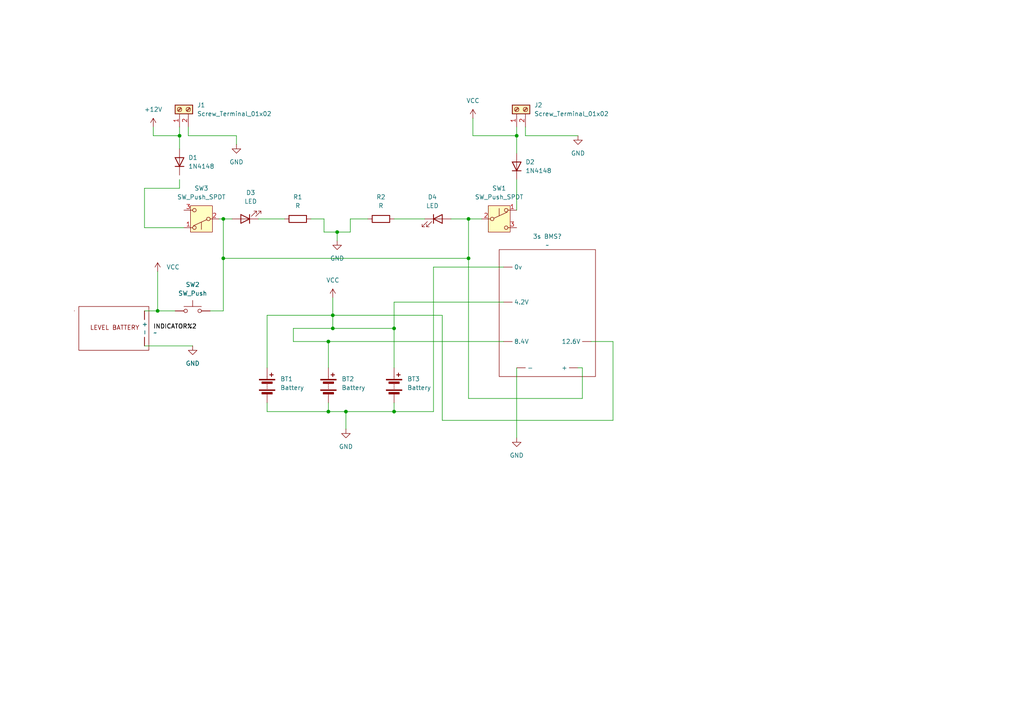
<source format=kicad_sch>
(kicad_sch
	(version 20231120)
	(generator "eeschema")
	(generator_version "8.0")
	(uuid "d5b74b06-f06e-40a9-94ce-2bdcc17db98c")
	(paper "A4")
	(lib_symbols
		(symbol "BMS:Lithium_3S"
			(exclude_from_sim no)
			(in_bom yes)
			(on_board yes)
			(property "Reference" "3s BMS"
				(at -0.254 -0.254 0)
				(effects
					(font
						(size 1.27 1.27)
					)
				)
			)
			(property "Value" ""
				(at 0 0 0)
				(effects
					(font
						(size 1.27 1.27)
					)
				)
			)
			(property "Footprint" ""
				(at 0 0 0)
				(effects
					(font
						(size 1.27 1.27)
					)
					(hide yes)
				)
			)
			(property "Datasheet" ""
				(at 0 0 0)
				(effects
					(font
						(size 1.27 1.27)
					)
					(hide yes)
				)
			)
			(property "Description" ""
				(at 0 0 0)
				(effects
					(font
						(size 1.27 1.27)
					)
					(hide yes)
				)
			)
			(symbol "Lithium_3S_0_1"
				(rectangle
					(start -16.51 13.97)
					(end 20.32 -13.97)
					(stroke
						(width 0)
						(type default)
					)
					(fill
						(type none)
					)
				)
			)
			(symbol "Lithium_3S_1_1"
				(pin input line
					(at 17.78 8.89 270)
					(length 2.54)
					(name "+"
						(effects
							(font
								(size 1.27 1.27)
							)
						)
					)
					(number ""
						(effects
							(font
								(size 1.27 1.27)
							)
						)
					)
				)
				(pin output line
					(at 17.78 -8.89 90)
					(length 2.54)
					(name "-"
						(effects
							(font
								(size 1.27 1.27)
							)
						)
					)
					(number ""
						(effects
							(font
								(size 1.27 1.27)
							)
						)
					)
				)
				(pin input line
					(at -11.43 -12.7 90)
					(length 2.54)
					(name "0v"
						(effects
							(font
								(size 1.27 1.27)
							)
						)
					)
					(number ""
						(effects
							(font
								(size 1.27 1.27)
							)
						)
					)
				)
				(pin input line
					(at 10.16 12.7 270)
					(length 2.54)
					(name "12.6V"
						(effects
							(font
								(size 1.27 1.27)
							)
						)
					)
					(number ""
						(effects
							(font
								(size 1.27 1.27)
							)
						)
					)
				)
				(pin input line
					(at -1.27 -12.7 90)
					(length 2.54)
					(name "4.2V"
						(effects
							(font
								(size 1.27 1.27)
							)
						)
					)
					(number ""
						(effects
							(font
								(size 1.27 1.27)
							)
						)
					)
				)
				(pin input line
					(at 10.16 -12.7 90)
					(length 2.54)
					(name "8.4V"
						(effects
							(font
								(size 1.27 1.27)
							)
						)
					)
					(number ""
						(effects
							(font
								(size 1.27 1.27)
							)
						)
					)
				)
			)
		)
		(symbol "Connector:Screw_Terminal_01x02"
			(pin_names
				(offset 1.016) hide)
			(exclude_from_sim no)
			(in_bom yes)
			(on_board yes)
			(property "Reference" "J"
				(at 0 2.54 0)
				(effects
					(font
						(size 1.27 1.27)
					)
				)
			)
			(property "Value" "Screw_Terminal_01x02"
				(at 0 -5.08 0)
				(effects
					(font
						(size 1.27 1.27)
					)
				)
			)
			(property "Footprint" ""
				(at 0 0 0)
				(effects
					(font
						(size 1.27 1.27)
					)
					(hide yes)
				)
			)
			(property "Datasheet" "~"
				(at 0 0 0)
				(effects
					(font
						(size 1.27 1.27)
					)
					(hide yes)
				)
			)
			(property "Description" "Generic screw terminal, single row, 01x02, script generated (kicad-library-utils/schlib/autogen/connector/)"
				(at 0 0 0)
				(effects
					(font
						(size 1.27 1.27)
					)
					(hide yes)
				)
			)
			(property "ki_keywords" "screw terminal"
				(at 0 0 0)
				(effects
					(font
						(size 1.27 1.27)
					)
					(hide yes)
				)
			)
			(property "ki_fp_filters" "TerminalBlock*:*"
				(at 0 0 0)
				(effects
					(font
						(size 1.27 1.27)
					)
					(hide yes)
				)
			)
			(symbol "Screw_Terminal_01x02_1_1"
				(rectangle
					(start -1.27 1.27)
					(end 1.27 -3.81)
					(stroke
						(width 0.254)
						(type default)
					)
					(fill
						(type background)
					)
				)
				(circle
					(center 0 -2.54)
					(radius 0.635)
					(stroke
						(width 0.1524)
						(type default)
					)
					(fill
						(type none)
					)
				)
				(polyline
					(pts
						(xy -0.5334 -2.2098) (xy 0.3302 -3.048)
					)
					(stroke
						(width 0.1524)
						(type default)
					)
					(fill
						(type none)
					)
				)
				(polyline
					(pts
						(xy -0.5334 0.3302) (xy 0.3302 -0.508)
					)
					(stroke
						(width 0.1524)
						(type default)
					)
					(fill
						(type none)
					)
				)
				(polyline
					(pts
						(xy -0.3556 -2.032) (xy 0.508 -2.8702)
					)
					(stroke
						(width 0.1524)
						(type default)
					)
					(fill
						(type none)
					)
				)
				(polyline
					(pts
						(xy -0.3556 0.508) (xy 0.508 -0.3302)
					)
					(stroke
						(width 0.1524)
						(type default)
					)
					(fill
						(type none)
					)
				)
				(circle
					(center 0 0)
					(radius 0.635)
					(stroke
						(width 0.1524)
						(type default)
					)
					(fill
						(type none)
					)
				)
				(pin passive line
					(at -5.08 0 0)
					(length 3.81)
					(name "Pin_1"
						(effects
							(font
								(size 1.27 1.27)
							)
						)
					)
					(number "1"
						(effects
							(font
								(size 1.27 1.27)
							)
						)
					)
				)
				(pin passive line
					(at -5.08 -2.54 0)
					(length 3.81)
					(name "Pin_2"
						(effects
							(font
								(size 1.27 1.27)
							)
						)
					)
					(number "2"
						(effects
							(font
								(size 1.27 1.27)
							)
						)
					)
				)
			)
		)
		(symbol "Device:Battery"
			(pin_numbers hide)
			(pin_names
				(offset 0) hide)
			(exclude_from_sim no)
			(in_bom yes)
			(on_board yes)
			(property "Reference" "BT"
				(at 2.54 2.54 0)
				(effects
					(font
						(size 1.27 1.27)
					)
					(justify left)
				)
			)
			(property "Value" "Battery"
				(at 2.54 0 0)
				(effects
					(font
						(size 1.27 1.27)
					)
					(justify left)
				)
			)
			(property "Footprint" ""
				(at 0 1.524 90)
				(effects
					(font
						(size 1.27 1.27)
					)
					(hide yes)
				)
			)
			(property "Datasheet" "~"
				(at 0 1.524 90)
				(effects
					(font
						(size 1.27 1.27)
					)
					(hide yes)
				)
			)
			(property "Description" "Multiple-cell battery"
				(at 0 0 0)
				(effects
					(font
						(size 1.27 1.27)
					)
					(hide yes)
				)
			)
			(property "ki_keywords" "batt voltage-source cell"
				(at 0 0 0)
				(effects
					(font
						(size 1.27 1.27)
					)
					(hide yes)
				)
			)
			(symbol "Battery_0_1"
				(rectangle
					(start -2.286 -1.27)
					(end 2.286 -1.524)
					(stroke
						(width 0)
						(type default)
					)
					(fill
						(type outline)
					)
				)
				(rectangle
					(start -2.286 1.778)
					(end 2.286 1.524)
					(stroke
						(width 0)
						(type default)
					)
					(fill
						(type outline)
					)
				)
				(rectangle
					(start -1.524 -2.032)
					(end 1.524 -2.54)
					(stroke
						(width 0)
						(type default)
					)
					(fill
						(type outline)
					)
				)
				(rectangle
					(start -1.524 1.016)
					(end 1.524 0.508)
					(stroke
						(width 0)
						(type default)
					)
					(fill
						(type outline)
					)
				)
				(polyline
					(pts
						(xy 0 -1.016) (xy 0 -0.762)
					)
					(stroke
						(width 0)
						(type default)
					)
					(fill
						(type none)
					)
				)
				(polyline
					(pts
						(xy 0 -0.508) (xy 0 -0.254)
					)
					(stroke
						(width 0)
						(type default)
					)
					(fill
						(type none)
					)
				)
				(polyline
					(pts
						(xy 0 0) (xy 0 0.254)
					)
					(stroke
						(width 0)
						(type default)
					)
					(fill
						(type none)
					)
				)
				(polyline
					(pts
						(xy 0 1.778) (xy 0 2.54)
					)
					(stroke
						(width 0)
						(type default)
					)
					(fill
						(type none)
					)
				)
				(polyline
					(pts
						(xy 0.762 3.048) (xy 1.778 3.048)
					)
					(stroke
						(width 0.254)
						(type default)
					)
					(fill
						(type none)
					)
				)
				(polyline
					(pts
						(xy 1.27 3.556) (xy 1.27 2.54)
					)
					(stroke
						(width 0.254)
						(type default)
					)
					(fill
						(type none)
					)
				)
			)
			(symbol "Battery_1_1"
				(pin passive line
					(at 0 5.08 270)
					(length 2.54)
					(name "+"
						(effects
							(font
								(size 1.27 1.27)
							)
						)
					)
					(number "1"
						(effects
							(font
								(size 1.27 1.27)
							)
						)
					)
				)
				(pin passive line
					(at 0 -5.08 90)
					(length 2.54)
					(name "-"
						(effects
							(font
								(size 1.27 1.27)
							)
						)
					)
					(number "2"
						(effects
							(font
								(size 1.27 1.27)
							)
						)
					)
				)
			)
		)
		(symbol "Device:LED"
			(pin_numbers hide)
			(pin_names
				(offset 1.016) hide)
			(exclude_from_sim no)
			(in_bom yes)
			(on_board yes)
			(property "Reference" "D"
				(at 0 2.54 0)
				(effects
					(font
						(size 1.27 1.27)
					)
				)
			)
			(property "Value" "LED"
				(at 0 -2.54 0)
				(effects
					(font
						(size 1.27 1.27)
					)
				)
			)
			(property "Footprint" ""
				(at 0 0 0)
				(effects
					(font
						(size 1.27 1.27)
					)
					(hide yes)
				)
			)
			(property "Datasheet" "~"
				(at 0 0 0)
				(effects
					(font
						(size 1.27 1.27)
					)
					(hide yes)
				)
			)
			(property "Description" "Light emitting diode"
				(at 0 0 0)
				(effects
					(font
						(size 1.27 1.27)
					)
					(hide yes)
				)
			)
			(property "ki_keywords" "LED diode"
				(at 0 0 0)
				(effects
					(font
						(size 1.27 1.27)
					)
					(hide yes)
				)
			)
			(property "ki_fp_filters" "LED* LED_SMD:* LED_THT:*"
				(at 0 0 0)
				(effects
					(font
						(size 1.27 1.27)
					)
					(hide yes)
				)
			)
			(symbol "LED_0_1"
				(polyline
					(pts
						(xy -1.27 -1.27) (xy -1.27 1.27)
					)
					(stroke
						(width 0.254)
						(type default)
					)
					(fill
						(type none)
					)
				)
				(polyline
					(pts
						(xy -1.27 0) (xy 1.27 0)
					)
					(stroke
						(width 0)
						(type default)
					)
					(fill
						(type none)
					)
				)
				(polyline
					(pts
						(xy 1.27 -1.27) (xy 1.27 1.27) (xy -1.27 0) (xy 1.27 -1.27)
					)
					(stroke
						(width 0.254)
						(type default)
					)
					(fill
						(type none)
					)
				)
				(polyline
					(pts
						(xy -3.048 -0.762) (xy -4.572 -2.286) (xy -3.81 -2.286) (xy -4.572 -2.286) (xy -4.572 -1.524)
					)
					(stroke
						(width 0)
						(type default)
					)
					(fill
						(type none)
					)
				)
				(polyline
					(pts
						(xy -1.778 -0.762) (xy -3.302 -2.286) (xy -2.54 -2.286) (xy -3.302 -2.286) (xy -3.302 -1.524)
					)
					(stroke
						(width 0)
						(type default)
					)
					(fill
						(type none)
					)
				)
			)
			(symbol "LED_1_1"
				(pin passive line
					(at -3.81 0 0)
					(length 2.54)
					(name "K"
						(effects
							(font
								(size 1.27 1.27)
							)
						)
					)
					(number "1"
						(effects
							(font
								(size 1.27 1.27)
							)
						)
					)
				)
				(pin passive line
					(at 3.81 0 180)
					(length 2.54)
					(name "A"
						(effects
							(font
								(size 1.27 1.27)
							)
						)
					)
					(number "2"
						(effects
							(font
								(size 1.27 1.27)
							)
						)
					)
				)
			)
		)
		(symbol "Device:R"
			(pin_numbers hide)
			(pin_names
				(offset 0)
			)
			(exclude_from_sim no)
			(in_bom yes)
			(on_board yes)
			(property "Reference" "R"
				(at 2.032 0 90)
				(effects
					(font
						(size 1.27 1.27)
					)
				)
			)
			(property "Value" "R"
				(at 0 0 90)
				(effects
					(font
						(size 1.27 1.27)
					)
				)
			)
			(property "Footprint" ""
				(at -1.778 0 90)
				(effects
					(font
						(size 1.27 1.27)
					)
					(hide yes)
				)
			)
			(property "Datasheet" "~"
				(at 0 0 0)
				(effects
					(font
						(size 1.27 1.27)
					)
					(hide yes)
				)
			)
			(property "Description" "Resistor"
				(at 0 0 0)
				(effects
					(font
						(size 1.27 1.27)
					)
					(hide yes)
				)
			)
			(property "ki_keywords" "R res resistor"
				(at 0 0 0)
				(effects
					(font
						(size 1.27 1.27)
					)
					(hide yes)
				)
			)
			(property "ki_fp_filters" "R_*"
				(at 0 0 0)
				(effects
					(font
						(size 1.27 1.27)
					)
					(hide yes)
				)
			)
			(symbol "R_0_1"
				(rectangle
					(start -1.016 -2.54)
					(end 1.016 2.54)
					(stroke
						(width 0.254)
						(type default)
					)
					(fill
						(type none)
					)
				)
			)
			(symbol "R_1_1"
				(pin passive line
					(at 0 3.81 270)
					(length 1.27)
					(name "~"
						(effects
							(font
								(size 1.27 1.27)
							)
						)
					)
					(number "1"
						(effects
							(font
								(size 1.27 1.27)
							)
						)
					)
				)
				(pin passive line
					(at 0 -3.81 90)
					(length 1.27)
					(name "~"
						(effects
							(font
								(size 1.27 1.27)
							)
						)
					)
					(number "2"
						(effects
							(font
								(size 1.27 1.27)
							)
						)
					)
				)
			)
		)
		(symbol "Diode:1N4148"
			(pin_numbers hide)
			(pin_names hide)
			(exclude_from_sim no)
			(in_bom yes)
			(on_board yes)
			(property "Reference" "D"
				(at 0 2.54 0)
				(effects
					(font
						(size 1.27 1.27)
					)
				)
			)
			(property "Value" "1N4148"
				(at 0 -2.54 0)
				(effects
					(font
						(size 1.27 1.27)
					)
				)
			)
			(property "Footprint" "Diode_THT:D_DO-35_SOD27_P7.62mm_Horizontal"
				(at 0 0 0)
				(effects
					(font
						(size 1.27 1.27)
					)
					(hide yes)
				)
			)
			(property "Datasheet" "https://assets.nexperia.com/documents/data-sheet/1N4148_1N4448.pdf"
				(at 0 0 0)
				(effects
					(font
						(size 1.27 1.27)
					)
					(hide yes)
				)
			)
			(property "Description" "100V 0.15A standard switching diode, DO-35"
				(at 0 0 0)
				(effects
					(font
						(size 1.27 1.27)
					)
					(hide yes)
				)
			)
			(property "Sim.Device" "D"
				(at 0 0 0)
				(effects
					(font
						(size 1.27 1.27)
					)
					(hide yes)
				)
			)
			(property "Sim.Pins" "1=K 2=A"
				(at 0 0 0)
				(effects
					(font
						(size 1.27 1.27)
					)
					(hide yes)
				)
			)
			(property "ki_keywords" "diode"
				(at 0 0 0)
				(effects
					(font
						(size 1.27 1.27)
					)
					(hide yes)
				)
			)
			(property "ki_fp_filters" "D*DO?35*"
				(at 0 0 0)
				(effects
					(font
						(size 1.27 1.27)
					)
					(hide yes)
				)
			)
			(symbol "1N4148_0_1"
				(polyline
					(pts
						(xy -1.27 1.27) (xy -1.27 -1.27)
					)
					(stroke
						(width 0.254)
						(type default)
					)
					(fill
						(type none)
					)
				)
				(polyline
					(pts
						(xy 1.27 0) (xy -1.27 0)
					)
					(stroke
						(width 0)
						(type default)
					)
					(fill
						(type none)
					)
				)
				(polyline
					(pts
						(xy 1.27 1.27) (xy 1.27 -1.27) (xy -1.27 0) (xy 1.27 1.27)
					)
					(stroke
						(width 0.254)
						(type default)
					)
					(fill
						(type none)
					)
				)
			)
			(symbol "1N4148_1_1"
				(pin passive line
					(at -3.81 0 0)
					(length 2.54)
					(name "K"
						(effects
							(font
								(size 1.27 1.27)
							)
						)
					)
					(number "1"
						(effects
							(font
								(size 1.27 1.27)
							)
						)
					)
				)
				(pin passive line
					(at 3.81 0 180)
					(length 2.54)
					(name "A"
						(effects
							(font
								(size 1.27 1.27)
							)
						)
					)
					(number "2"
						(effects
							(font
								(size 1.27 1.27)
							)
						)
					)
				)
			)
		)
		(symbol "INDICATOR BATTERY:INDICATOR%"
			(exclude_from_sim no)
			(in_bom yes)
			(on_board yes)
			(property "Reference" "INDICATOR%"
				(at -7.62 0.254 90)
				(effects
					(font
						(size 1.27 1.27)
						(color 0 0 0 1)
					)
				)
			)
			(property "Value" ""
				(at 1.778 -0.254 0)
				(effects
					(font
						(size 1.27 1.27)
					)
				)
			)
			(property "Footprint" ""
				(at 1.778 -0.254 0)
				(effects
					(font
						(size 1.27 1.27)
					)
					(hide yes)
				)
			)
			(property "Datasheet" ""
				(at 1.778 -0.254 0)
				(effects
					(font
						(size 1.27 1.27)
					)
					(hide yes)
				)
			)
			(property "Description" ""
				(at 1.778 -0.254 0)
				(effects
					(font
						(size 1.27 1.27)
					)
					(hide yes)
				)
			)
			(symbol "INDICATOR%_0_1"
				(rectangle
					(start -11.43 5.08)
					(end -11.43 5.08)
					(stroke
						(width 0)
						(type default)
					)
					(fill
						(type none)
					)
				)
				(rectangle
					(start -11.43 5.08)
					(end -11.43 5.08)
					(stroke
						(width 0)
						(type default)
					)
					(fill
						(type none)
					)
				)
				(rectangle
					(start -10.16 6.35)
					(end 10.16 -6.35)
					(stroke
						(width 0)
						(type default)
					)
					(fill
						(type none)
					)
				)
			)
			(symbol "INDICATOR%_1_1"
				(text "LEVEL BATTERY\n"
					(at 0.254 0.254 0)
					(effects
						(font
							(size 1.27 1.27)
						)
					)
				)
				(pin input line
					(at 8.89 5.08 270)
					(length 2.54)
					(name "+"
						(effects
							(font
								(size 1.27 1.27)
							)
						)
					)
					(number ""
						(effects
							(font
								(size 1.27 1.27)
							)
						)
					)
				)
				(pin output line
					(at 8.89 -5.08 90)
					(length 2.54)
					(name "-"
						(effects
							(font
								(size 1.27 1.27)
							)
						)
					)
					(number ""
						(effects
							(font
								(size 1.27 1.27)
							)
						)
					)
				)
			)
		)
		(symbol "Switch:SW_Push"
			(pin_numbers hide)
			(pin_names
				(offset 1.016) hide)
			(exclude_from_sim no)
			(in_bom yes)
			(on_board yes)
			(property "Reference" "SW"
				(at 1.27 2.54 0)
				(effects
					(font
						(size 1.27 1.27)
					)
					(justify left)
				)
			)
			(property "Value" "SW_Push"
				(at 0 -1.524 0)
				(effects
					(font
						(size 1.27 1.27)
					)
				)
			)
			(property "Footprint" ""
				(at 0 5.08 0)
				(effects
					(font
						(size 1.27 1.27)
					)
					(hide yes)
				)
			)
			(property "Datasheet" "~"
				(at 0 5.08 0)
				(effects
					(font
						(size 1.27 1.27)
					)
					(hide yes)
				)
			)
			(property "Description" "Push button switch, generic, two pins"
				(at 0 0 0)
				(effects
					(font
						(size 1.27 1.27)
					)
					(hide yes)
				)
			)
			(property "ki_keywords" "switch normally-open pushbutton push-button"
				(at 0 0 0)
				(effects
					(font
						(size 1.27 1.27)
					)
					(hide yes)
				)
			)
			(symbol "SW_Push_0_1"
				(circle
					(center -2.032 0)
					(radius 0.508)
					(stroke
						(width 0)
						(type default)
					)
					(fill
						(type none)
					)
				)
				(polyline
					(pts
						(xy 0 1.27) (xy 0 3.048)
					)
					(stroke
						(width 0)
						(type default)
					)
					(fill
						(type none)
					)
				)
				(polyline
					(pts
						(xy 2.54 1.27) (xy -2.54 1.27)
					)
					(stroke
						(width 0)
						(type default)
					)
					(fill
						(type none)
					)
				)
				(circle
					(center 2.032 0)
					(radius 0.508)
					(stroke
						(width 0)
						(type default)
					)
					(fill
						(type none)
					)
				)
				(pin passive line
					(at -5.08 0 0)
					(length 2.54)
					(name "1"
						(effects
							(font
								(size 1.27 1.27)
							)
						)
					)
					(number "1"
						(effects
							(font
								(size 1.27 1.27)
							)
						)
					)
				)
				(pin passive line
					(at 5.08 0 180)
					(length 2.54)
					(name "2"
						(effects
							(font
								(size 1.27 1.27)
							)
						)
					)
					(number "2"
						(effects
							(font
								(size 1.27 1.27)
							)
						)
					)
				)
			)
		)
		(symbol "Switch:SW_Push_SPDT"
			(pin_names
				(offset 0) hide)
			(exclude_from_sim no)
			(in_bom yes)
			(on_board yes)
			(property "Reference" "SW"
				(at 0 5.08 0)
				(effects
					(font
						(size 1.27 1.27)
					)
				)
			)
			(property "Value" "SW_Push_SPDT"
				(at 0 -5.08 0)
				(effects
					(font
						(size 1.27 1.27)
					)
				)
			)
			(property "Footprint" ""
				(at 0 0 0)
				(effects
					(font
						(size 1.27 1.27)
					)
					(hide yes)
				)
			)
			(property "Datasheet" "~"
				(at 0 0 0)
				(effects
					(font
						(size 1.27 1.27)
					)
					(hide yes)
				)
			)
			(property "Description" "Momentary Switch, single pole double throw"
				(at 0 0 0)
				(effects
					(font
						(size 1.27 1.27)
					)
					(hide yes)
				)
			)
			(property "ki_keywords" "switch single-pole double-throw spdt ON-ON"
				(at 0 0 0)
				(effects
					(font
						(size 1.27 1.27)
					)
					(hide yes)
				)
			)
			(symbol "SW_Push_SPDT_0_0"
				(circle
					(center -2.032 0)
					(radius 0.508)
					(stroke
						(width 0)
						(type default)
					)
					(fill
						(type none)
					)
				)
				(polyline
					(pts
						(xy 0 1.016) (xy 0 3.048)
					)
					(stroke
						(width 0)
						(type default)
					)
					(fill
						(type none)
					)
				)
				(circle
					(center 2.032 -2.54)
					(radius 0.508)
					(stroke
						(width 0)
						(type default)
					)
					(fill
						(type none)
					)
				)
			)
			(symbol "SW_Push_SPDT_0_1"
				(polyline
					(pts
						(xy -1.524 0.2032) (xy 2.3368 1.9812)
					)
					(stroke
						(width 0)
						(type default)
					)
					(fill
						(type none)
					)
				)
				(circle
					(center 2.032 2.54)
					(radius 0.508)
					(stroke
						(width 0)
						(type default)
					)
					(fill
						(type none)
					)
				)
			)
			(symbol "SW_Push_SPDT_1_1"
				(rectangle
					(start -3.175 3.81)
					(end 3.175 -3.81)
					(stroke
						(width 0)
						(type default)
					)
					(fill
						(type background)
					)
				)
				(pin passive line
					(at 5.08 2.54 180)
					(length 2.54)
					(name "A"
						(effects
							(font
								(size 1.27 1.27)
							)
						)
					)
					(number "1"
						(effects
							(font
								(size 1.27 1.27)
							)
						)
					)
				)
				(pin passive line
					(at -5.08 0 0)
					(length 2.54)
					(name "B"
						(effects
							(font
								(size 1.27 1.27)
							)
						)
					)
					(number "2"
						(effects
							(font
								(size 1.27 1.27)
							)
						)
					)
				)
				(pin passive line
					(at 5.08 -2.54 180)
					(length 2.54)
					(name "C"
						(effects
							(font
								(size 1.27 1.27)
							)
						)
					)
					(number "3"
						(effects
							(font
								(size 1.27 1.27)
							)
						)
					)
				)
			)
		)
		(symbol "power:+12V"
			(power)
			(pin_numbers hide)
			(pin_names
				(offset 0) hide)
			(exclude_from_sim no)
			(in_bom yes)
			(on_board yes)
			(property "Reference" "#PWR"
				(at 0 -3.81 0)
				(effects
					(font
						(size 1.27 1.27)
					)
					(hide yes)
				)
			)
			(property "Value" "+12V"
				(at 0 3.556 0)
				(effects
					(font
						(size 1.27 1.27)
					)
				)
			)
			(property "Footprint" ""
				(at 0 0 0)
				(effects
					(font
						(size 1.27 1.27)
					)
					(hide yes)
				)
			)
			(property "Datasheet" ""
				(at 0 0 0)
				(effects
					(font
						(size 1.27 1.27)
					)
					(hide yes)
				)
			)
			(property "Description" "Power symbol creates a global label with name \"+12V\""
				(at 0 0 0)
				(effects
					(font
						(size 1.27 1.27)
					)
					(hide yes)
				)
			)
			(property "ki_keywords" "global power"
				(at 0 0 0)
				(effects
					(font
						(size 1.27 1.27)
					)
					(hide yes)
				)
			)
			(symbol "+12V_0_1"
				(polyline
					(pts
						(xy -0.762 1.27) (xy 0 2.54)
					)
					(stroke
						(width 0)
						(type default)
					)
					(fill
						(type none)
					)
				)
				(polyline
					(pts
						(xy 0 0) (xy 0 2.54)
					)
					(stroke
						(width 0)
						(type default)
					)
					(fill
						(type none)
					)
				)
				(polyline
					(pts
						(xy 0 2.54) (xy 0.762 1.27)
					)
					(stroke
						(width 0)
						(type default)
					)
					(fill
						(type none)
					)
				)
			)
			(symbol "+12V_1_1"
				(pin power_in line
					(at 0 0 90)
					(length 0)
					(name "~"
						(effects
							(font
								(size 1.27 1.27)
							)
						)
					)
					(number "1"
						(effects
							(font
								(size 1.27 1.27)
							)
						)
					)
				)
			)
		)
		(symbol "power:GND"
			(power)
			(pin_numbers hide)
			(pin_names
				(offset 0) hide)
			(exclude_from_sim no)
			(in_bom yes)
			(on_board yes)
			(property "Reference" "#PWR"
				(at 0 -6.35 0)
				(effects
					(font
						(size 1.27 1.27)
					)
					(hide yes)
				)
			)
			(property "Value" "GND"
				(at 0 -3.81 0)
				(effects
					(font
						(size 1.27 1.27)
					)
				)
			)
			(property "Footprint" ""
				(at 0 0 0)
				(effects
					(font
						(size 1.27 1.27)
					)
					(hide yes)
				)
			)
			(property "Datasheet" ""
				(at 0 0 0)
				(effects
					(font
						(size 1.27 1.27)
					)
					(hide yes)
				)
			)
			(property "Description" "Power symbol creates a global label with name \"GND\" , ground"
				(at 0 0 0)
				(effects
					(font
						(size 1.27 1.27)
					)
					(hide yes)
				)
			)
			(property "ki_keywords" "global power"
				(at 0 0 0)
				(effects
					(font
						(size 1.27 1.27)
					)
					(hide yes)
				)
			)
			(symbol "GND_0_1"
				(polyline
					(pts
						(xy 0 0) (xy 0 -1.27) (xy 1.27 -1.27) (xy 0 -2.54) (xy -1.27 -1.27) (xy 0 -1.27)
					)
					(stroke
						(width 0)
						(type default)
					)
					(fill
						(type none)
					)
				)
			)
			(symbol "GND_1_1"
				(pin power_in line
					(at 0 0 270)
					(length 0)
					(name "~"
						(effects
							(font
								(size 1.27 1.27)
							)
						)
					)
					(number "1"
						(effects
							(font
								(size 1.27 1.27)
							)
						)
					)
				)
			)
		)
		(symbol "power:VCC"
			(power)
			(pin_numbers hide)
			(pin_names
				(offset 0) hide)
			(exclude_from_sim no)
			(in_bom yes)
			(on_board yes)
			(property "Reference" "#PWR"
				(at 0 -3.81 0)
				(effects
					(font
						(size 1.27 1.27)
					)
					(hide yes)
				)
			)
			(property "Value" "VCC"
				(at 0 3.556 0)
				(effects
					(font
						(size 1.27 1.27)
					)
				)
			)
			(property "Footprint" ""
				(at 0 0 0)
				(effects
					(font
						(size 1.27 1.27)
					)
					(hide yes)
				)
			)
			(property "Datasheet" ""
				(at 0 0 0)
				(effects
					(font
						(size 1.27 1.27)
					)
					(hide yes)
				)
			)
			(property "Description" "Power symbol creates a global label with name \"VCC\""
				(at 0 0 0)
				(effects
					(font
						(size 1.27 1.27)
					)
					(hide yes)
				)
			)
			(property "ki_keywords" "global power"
				(at 0 0 0)
				(effects
					(font
						(size 1.27 1.27)
					)
					(hide yes)
				)
			)
			(symbol "VCC_0_1"
				(polyline
					(pts
						(xy -0.762 1.27) (xy 0 2.54)
					)
					(stroke
						(width 0)
						(type default)
					)
					(fill
						(type none)
					)
				)
				(polyline
					(pts
						(xy 0 0) (xy 0 2.54)
					)
					(stroke
						(width 0)
						(type default)
					)
					(fill
						(type none)
					)
				)
				(polyline
					(pts
						(xy 0 2.54) (xy 0.762 1.27)
					)
					(stroke
						(width 0)
						(type default)
					)
					(fill
						(type none)
					)
				)
			)
			(symbol "VCC_1_1"
				(pin power_in line
					(at 0 0 90)
					(length 0)
					(name "~"
						(effects
							(font
								(size 1.27 1.27)
							)
						)
					)
					(number "1"
						(effects
							(font
								(size 1.27 1.27)
							)
						)
					)
				)
			)
		)
	)
	(junction
		(at 52.07 39.37)
		(diameter 0)
		(color 0 0 0 0)
		(uuid "3016a9ec-a147-4f14-9075-49a4c241e0c9")
	)
	(junction
		(at 45.72 90.17)
		(diameter 0)
		(color 0 0 0 0)
		(uuid "367e107c-7f74-40b6-94ba-a1a94505c2ac")
	)
	(junction
		(at 114.3 95.25)
		(diameter 0)
		(color 0 0 0 0)
		(uuid "5b94332f-8620-40cc-b32f-3f6c85337303")
	)
	(junction
		(at 96.52 91.44)
		(diameter 0)
		(color 0 0 0 0)
		(uuid "6550d20b-5b19-41c2-ba04-59ade80d148f")
	)
	(junction
		(at 96.52 95.25)
		(diameter 0)
		(color 0 0 0 0)
		(uuid "7acc3177-b4dc-4b39-a3d2-f8bfac58214c")
	)
	(junction
		(at 100.33 119.38)
		(diameter 0)
		(color 0 0 0 0)
		(uuid "82a0cb02-7ff4-47f9-a071-9790a30a177a")
	)
	(junction
		(at 64.77 63.5)
		(diameter 0)
		(color 0 0 0 0)
		(uuid "8a4598ec-e99b-4e4d-a698-3896ae122f2a")
	)
	(junction
		(at 97.79 67.31)
		(diameter 0)
		(color 0 0 0 0)
		(uuid "ad35b4fc-a477-4999-98b3-8122bc44d0a3")
	)
	(junction
		(at 135.89 74.93)
		(diameter 0)
		(color 0 0 0 0)
		(uuid "b7441b26-4ddd-4769-9c46-e175e673dcac")
	)
	(junction
		(at 149.86 39.37)
		(diameter 0)
		(color 0 0 0 0)
		(uuid "d4af0a46-9870-4240-aa09-b457dfa68345")
	)
	(junction
		(at 95.25 119.38)
		(diameter 0)
		(color 0 0 0 0)
		(uuid "d9473ae7-20b0-4852-a8ea-27540783b2d6")
	)
	(junction
		(at 95.25 99.06)
		(diameter 0)
		(color 0 0 0 0)
		(uuid "e663dd33-c942-4c72-8707-e243a6206a53")
	)
	(junction
		(at 135.89 63.5)
		(diameter 0)
		(color 0 0 0 0)
		(uuid "eff3f01c-24a5-49f2-921b-8f8b17b1d005")
	)
	(junction
		(at 114.3 119.38)
		(diameter 0)
		(color 0 0 0 0)
		(uuid "fafe2f9a-28b4-4c7a-9ff9-8411fe96b850")
	)
	(junction
		(at 64.77 74.93)
		(diameter 0)
		(color 0 0 0 0)
		(uuid "fc959b6c-8399-4a94-84d5-8436e89e622a")
	)
	(wire
		(pts
			(xy 95.25 119.38) (xy 100.33 119.38)
		)
		(stroke
			(width 0)
			(type default)
		)
		(uuid "0698b448-fdba-43a6-89f9-2fc12af8bf60")
	)
	(wire
		(pts
			(xy 54.61 39.37) (xy 68.58 39.37)
		)
		(stroke
			(width 0)
			(type default)
		)
		(uuid "08b4a3be-02c5-4a20-8b83-a98c0931767f")
	)
	(wire
		(pts
			(xy 177.8 121.92) (xy 128.27 121.92)
		)
		(stroke
			(width 0)
			(type default)
		)
		(uuid "0aa7a761-08dd-42b3-b449-2514181c08cb")
	)
	(wire
		(pts
			(xy 146.05 99.06) (xy 95.25 99.06)
		)
		(stroke
			(width 0)
			(type default)
		)
		(uuid "0cd71954-ab87-462c-af1a-2708d32db0c8")
	)
	(wire
		(pts
			(xy 64.77 74.93) (xy 64.77 90.17)
		)
		(stroke
			(width 0)
			(type default)
		)
		(uuid "156c246a-ff1f-4bfc-bc6e-0845f51caac1")
	)
	(wire
		(pts
			(xy 54.61 36.83) (xy 54.61 39.37)
		)
		(stroke
			(width 0)
			(type default)
		)
		(uuid "15d9a7fe-f79a-4279-9750-cc48d6ce5966")
	)
	(wire
		(pts
			(xy 44.45 36.83) (xy 44.45 39.37)
		)
		(stroke
			(width 0)
			(type default)
		)
		(uuid "197c5320-7a3b-413b-918e-ef4a774c0a09")
	)
	(wire
		(pts
			(xy 168.91 115.57) (xy 168.91 106.68)
		)
		(stroke
			(width 0)
			(type default)
		)
		(uuid "1aa1e1da-f035-48f9-bf5d-7a3fe9589bee")
	)
	(wire
		(pts
			(xy 52.07 52.07) (xy 52.07 54.61)
		)
		(stroke
			(width 0)
			(type default)
		)
		(uuid "1bde278b-4360-4666-8de9-59ca112bd4cd")
	)
	(wire
		(pts
			(xy 44.45 39.37) (xy 52.07 39.37)
		)
		(stroke
			(width 0)
			(type default)
		)
		(uuid "1fe393aa-7c6e-4529-9cb1-450a8e8a13cd")
	)
	(wire
		(pts
			(xy 168.91 106.68) (xy 167.64 106.68)
		)
		(stroke
			(width 0)
			(type default)
		)
		(uuid "29c48425-132d-4e68-9ff2-33a6e193a0ac")
	)
	(wire
		(pts
			(xy 135.89 63.5) (xy 139.7 63.5)
		)
		(stroke
			(width 0)
			(type default)
		)
		(uuid "2a482be0-27e1-4556-9727-c1a0579f6aba")
	)
	(wire
		(pts
			(xy 45.72 90.17) (xy 50.8 90.17)
		)
		(stroke
			(width 0)
			(type default)
		)
		(uuid "2ce62094-a14a-48d8-ae12-414f36d7d3e0")
	)
	(wire
		(pts
			(xy 152.4 36.83) (xy 152.4 39.37)
		)
		(stroke
			(width 0)
			(type default)
		)
		(uuid "321baa4a-3d31-4230-ba05-c46a14aeaf7e")
	)
	(wire
		(pts
			(xy 74.93 63.5) (xy 82.55 63.5)
		)
		(stroke
			(width 0)
			(type default)
		)
		(uuid "3258016b-2b5a-4dde-9bc4-9de2eda32147")
	)
	(wire
		(pts
			(xy 100.33 119.38) (xy 100.33 124.46)
		)
		(stroke
			(width 0)
			(type default)
		)
		(uuid "3acd6a10-47da-4300-b71e-6d6ee818d522")
	)
	(wire
		(pts
			(xy 135.89 63.5) (xy 135.89 74.93)
		)
		(stroke
			(width 0)
			(type default)
		)
		(uuid "3b2b4bdd-da73-4e71-afc5-1c997ff535b9")
	)
	(wire
		(pts
			(xy 149.86 36.83) (xy 149.86 39.37)
		)
		(stroke
			(width 0)
			(type default)
		)
		(uuid "3f0fb632-14d5-479f-bfe9-452609d472b9")
	)
	(wire
		(pts
			(xy 77.47 119.38) (xy 95.25 119.38)
		)
		(stroke
			(width 0)
			(type default)
		)
		(uuid "419571da-03f3-400c-aa4a-3c62a4b6841a")
	)
	(wire
		(pts
			(xy 95.25 116.84) (xy 95.25 119.38)
		)
		(stroke
			(width 0)
			(type default)
		)
		(uuid "43d2b7b1-30f9-496f-bb3e-5ef56a5637da")
	)
	(wire
		(pts
			(xy 52.07 39.37) (xy 52.07 43.18)
		)
		(stroke
			(width 0)
			(type default)
		)
		(uuid "472ca610-3efd-4597-9916-1094305181a2")
	)
	(wire
		(pts
			(xy 149.86 39.37) (xy 137.16 39.37)
		)
		(stroke
			(width 0)
			(type default)
		)
		(uuid "599a84dc-2b2b-4144-b241-46342d6870e5")
	)
	(wire
		(pts
			(xy 146.05 77.47) (xy 125.73 77.47)
		)
		(stroke
			(width 0)
			(type default)
		)
		(uuid "5acfb165-54f6-470d-a6bd-aad3eb6d536f")
	)
	(wire
		(pts
			(xy 95.25 99.06) (xy 85.09 99.06)
		)
		(stroke
			(width 0)
			(type default)
		)
		(uuid "5b9f6985-42db-41eb-969a-32fca1b5c2a7")
	)
	(wire
		(pts
			(xy 63.5 63.5) (xy 64.77 63.5)
		)
		(stroke
			(width 0)
			(type default)
		)
		(uuid "5ed21617-fc18-4dde-a514-f2b717615755")
	)
	(wire
		(pts
			(xy 64.77 63.5) (xy 67.31 63.5)
		)
		(stroke
			(width 0)
			(type default)
		)
		(uuid "61952e7d-ca85-4a53-adb3-41f820c23f7b")
	)
	(wire
		(pts
			(xy 171.45 99.06) (xy 177.8 99.06)
		)
		(stroke
			(width 0)
			(type default)
		)
		(uuid "6325d6a5-b919-4c61-8c56-b80b97c90aa8")
	)
	(wire
		(pts
			(xy 77.47 116.84) (xy 77.47 119.38)
		)
		(stroke
			(width 0)
			(type default)
		)
		(uuid "692c4113-8ebc-4e7b-a6f0-4a3577e6c1e1")
	)
	(wire
		(pts
			(xy 52.07 54.61) (xy 41.91 54.61)
		)
		(stroke
			(width 0)
			(type default)
		)
		(uuid "6a7c85c1-97f9-44c7-8544-68af3717b307")
	)
	(wire
		(pts
			(xy 97.79 67.31) (xy 97.79 69.85)
		)
		(stroke
			(width 0)
			(type default)
		)
		(uuid "6c4ae7ce-9263-4d2f-b353-d7521ef5684d")
	)
	(wire
		(pts
			(xy 64.77 74.93) (xy 135.89 74.93)
		)
		(stroke
			(width 0)
			(type default)
		)
		(uuid "6cbb61b6-0b4e-45ab-a3f0-0eedf024cba5")
	)
	(wire
		(pts
			(xy 146.05 87.63) (xy 114.3 87.63)
		)
		(stroke
			(width 0)
			(type default)
		)
		(uuid "6f75c792-9493-45a7-973c-fd083120ad53")
	)
	(wire
		(pts
			(xy 128.27 91.44) (xy 96.52 91.44)
		)
		(stroke
			(width 0)
			(type default)
		)
		(uuid "719910ba-9ad8-41a5-859e-f3d0765e651a")
	)
	(wire
		(pts
			(xy 41.91 54.61) (xy 41.91 66.04)
		)
		(stroke
			(width 0)
			(type default)
		)
		(uuid "76d8776c-9bfa-4eba-a0a6-f12e7b49062e")
	)
	(wire
		(pts
			(xy 41.91 66.04) (xy 53.34 66.04)
		)
		(stroke
			(width 0)
			(type default)
		)
		(uuid "7b6abdff-e26e-4f24-951a-8b30b27bafaf")
	)
	(wire
		(pts
			(xy 96.52 86.36) (xy 96.52 91.44)
		)
		(stroke
			(width 0)
			(type default)
		)
		(uuid "7bd89493-d712-4881-ac93-ddc42a244111")
	)
	(wire
		(pts
			(xy 64.77 90.17) (xy 60.96 90.17)
		)
		(stroke
			(width 0)
			(type default)
		)
		(uuid "807b4df9-c45e-4694-8179-450c9e768c71")
	)
	(wire
		(pts
			(xy 149.86 52.07) (xy 149.86 60.96)
		)
		(stroke
			(width 0)
			(type default)
		)
		(uuid "835a3b0b-0606-4087-9198-078b86def0d0")
	)
	(wire
		(pts
			(xy 114.3 119.38) (xy 114.3 116.84)
		)
		(stroke
			(width 0)
			(type default)
		)
		(uuid "857e69f5-4ee7-4dd2-b337-1045bace3ca7")
	)
	(wire
		(pts
			(xy 96.52 91.44) (xy 96.52 95.25)
		)
		(stroke
			(width 0)
			(type default)
		)
		(uuid "889ee0af-a0ec-4761-98e4-67d9d3bb6af7")
	)
	(wire
		(pts
			(xy 41.91 90.17) (xy 45.72 90.17)
		)
		(stroke
			(width 0)
			(type default)
		)
		(uuid "8df75c43-59b9-421b-abe9-92495e645dcf")
	)
	(wire
		(pts
			(xy 135.89 74.93) (xy 135.89 115.57)
		)
		(stroke
			(width 0)
			(type default)
		)
		(uuid "9271aa22-c185-473c-a1c3-03f0192d0ac1")
	)
	(wire
		(pts
			(xy 125.73 77.47) (xy 125.73 119.38)
		)
		(stroke
			(width 0)
			(type default)
		)
		(uuid "92c716c9-254b-4cd6-a426-81c4b86f88fa")
	)
	(wire
		(pts
			(xy 130.81 63.5) (xy 135.89 63.5)
		)
		(stroke
			(width 0)
			(type default)
		)
		(uuid "933dcfbf-9c0b-4df9-a06c-06f56137fe60")
	)
	(wire
		(pts
			(xy 96.52 95.25) (xy 114.3 95.25)
		)
		(stroke
			(width 0)
			(type default)
		)
		(uuid "938615ec-355d-4695-854c-aaebe4c88169")
	)
	(wire
		(pts
			(xy 68.58 39.37) (xy 68.58 41.91)
		)
		(stroke
			(width 0)
			(type default)
		)
		(uuid "97caa8f1-158d-4aea-ba2b-499d9dcfde4b")
	)
	(wire
		(pts
			(xy 95.25 99.06) (xy 95.25 106.68)
		)
		(stroke
			(width 0)
			(type default)
		)
		(uuid "9b027dc3-03b8-43b9-8a7f-66e262f59e64")
	)
	(wire
		(pts
			(xy 52.07 36.83) (xy 52.07 39.37)
		)
		(stroke
			(width 0)
			(type default)
		)
		(uuid "a3b24a2b-7876-4726-8c38-e15fe42d5bdf")
	)
	(wire
		(pts
			(xy 100.33 119.38) (xy 114.3 119.38)
		)
		(stroke
			(width 0)
			(type default)
		)
		(uuid "a50c37a5-c655-4d52-976f-dc3338dfef65")
	)
	(wire
		(pts
			(xy 85.09 95.25) (xy 96.52 95.25)
		)
		(stroke
			(width 0)
			(type default)
		)
		(uuid "a7fbdde3-ceb4-4ef2-9e7c-d6ad97d9b274")
	)
	(wire
		(pts
			(xy 85.09 99.06) (xy 85.09 95.25)
		)
		(stroke
			(width 0)
			(type default)
		)
		(uuid "a87312fd-f2de-4afd-9b5a-a405f91e19e8")
	)
	(wire
		(pts
			(xy 93.98 67.31) (xy 97.79 67.31)
		)
		(stroke
			(width 0)
			(type default)
		)
		(uuid "b052a25f-f7df-4129-9864-51c13dfd6ded")
	)
	(wire
		(pts
			(xy 96.52 91.44) (xy 77.47 91.44)
		)
		(stroke
			(width 0)
			(type default)
		)
		(uuid "b73c1edd-d0b4-4746-80fe-13eafca1a449")
	)
	(wire
		(pts
			(xy 93.98 63.5) (xy 93.98 67.31)
		)
		(stroke
			(width 0)
			(type default)
		)
		(uuid "bd1ba32d-cb1e-441b-85c4-6ea20fafa309")
	)
	(wire
		(pts
			(xy 77.47 91.44) (xy 77.47 106.68)
		)
		(stroke
			(width 0)
			(type default)
		)
		(uuid "bf8f42ea-c46d-48f5-84ae-32f7ff0d9f7c")
	)
	(wire
		(pts
			(xy 177.8 99.06) (xy 177.8 121.92)
		)
		(stroke
			(width 0)
			(type default)
		)
		(uuid "c218c578-90fe-4c47-b365-17159d087c78")
	)
	(wire
		(pts
			(xy 149.86 39.37) (xy 149.86 44.45)
		)
		(stroke
			(width 0)
			(type default)
		)
		(uuid "c2bf33cb-8178-41c6-9e4c-4e09655bb187")
	)
	(wire
		(pts
			(xy 114.3 87.63) (xy 114.3 95.25)
		)
		(stroke
			(width 0)
			(type default)
		)
		(uuid "c5ae1f1a-af6b-42fb-8a04-311c6e922e41")
	)
	(wire
		(pts
			(xy 101.6 63.5) (xy 101.6 67.31)
		)
		(stroke
			(width 0)
			(type default)
		)
		(uuid "cb820c3b-68c1-40bc-add1-135016db5e4e")
	)
	(wire
		(pts
			(xy 137.16 34.29) (xy 137.16 39.37)
		)
		(stroke
			(width 0)
			(type default)
		)
		(uuid "d74be311-ff69-48c6-be2c-9b93243db4c1")
	)
	(wire
		(pts
			(xy 64.77 63.5) (xy 64.77 74.93)
		)
		(stroke
			(width 0)
			(type default)
		)
		(uuid "d75f4b49-8fcc-43e6-b7eb-c92b0012bfb6")
	)
	(wire
		(pts
			(xy 152.4 39.37) (xy 167.64 39.37)
		)
		(stroke
			(width 0)
			(type default)
		)
		(uuid "da308d07-341e-4769-a6a0-db845e06110c")
	)
	(wire
		(pts
			(xy 114.3 63.5) (xy 123.19 63.5)
		)
		(stroke
			(width 0)
			(type default)
		)
		(uuid "db141605-51c5-4a1a-bf99-c0e0957a1027")
	)
	(wire
		(pts
			(xy 149.86 106.68) (xy 149.86 127)
		)
		(stroke
			(width 0)
			(type default)
		)
		(uuid "dcf34632-aafc-4ee2-8590-a0ad2333266e")
	)
	(wire
		(pts
			(xy 114.3 95.25) (xy 114.3 106.68)
		)
		(stroke
			(width 0)
			(type default)
		)
		(uuid "e659328b-f1af-4610-8807-b125b6d8e4ec")
	)
	(wire
		(pts
			(xy 125.73 119.38) (xy 114.3 119.38)
		)
		(stroke
			(width 0)
			(type default)
		)
		(uuid "e889483e-82b7-44fa-9eb2-afdbf19c0080")
	)
	(wire
		(pts
			(xy 90.17 63.5) (xy 93.98 63.5)
		)
		(stroke
			(width 0)
			(type default)
		)
		(uuid "f6d63a19-ab91-4395-ad21-ada0e1f0d391")
	)
	(wire
		(pts
			(xy 106.68 63.5) (xy 101.6 63.5)
		)
		(stroke
			(width 0)
			(type default)
		)
		(uuid "f737ac09-6647-4092-9667-db60062081ad")
	)
	(wire
		(pts
			(xy 135.89 115.57) (xy 168.91 115.57)
		)
		(stroke
			(width 0)
			(type default)
		)
		(uuid "f7587c05-07c7-45d4-9162-0f5f067254b0")
	)
	(wire
		(pts
			(xy 128.27 121.92) (xy 128.27 91.44)
		)
		(stroke
			(width 0)
			(type default)
		)
		(uuid "f7ba8b56-44da-4fd7-80df-fcb9c6a6b8c7")
	)
	(wire
		(pts
			(xy 97.79 67.31) (xy 101.6 67.31)
		)
		(stroke
			(width 0)
			(type default)
		)
		(uuid "f87a13a0-3a99-44df-8409-d4d0649e9725")
	)
	(wire
		(pts
			(xy 41.91 100.33) (xy 55.88 100.33)
		)
		(stroke
			(width 0)
			(type default)
		)
		(uuid "f8cb0daf-067e-46db-aa8a-224144a1b764")
	)
	(wire
		(pts
			(xy 45.72 78.74) (xy 45.72 90.17)
		)
		(stroke
			(width 0)
			(type default)
		)
		(uuid "fde84164-b551-4973-bcea-cf996753fb62")
	)
	(symbol
		(lib_id "Device:Battery")
		(at 77.47 111.76 0)
		(unit 1)
		(exclude_from_sim no)
		(in_bom yes)
		(on_board yes)
		(dnp no)
		(fields_autoplaced yes)
		(uuid "07337336-bb6b-48df-af49-d81b8f51c2cc")
		(property "Reference" "BT1"
			(at 81.28 109.9184 0)
			(effects
				(font
					(size 1.27 1.27)
				)
				(justify left)
			)
		)
		(property "Value" "Battery"
			(at 81.28 112.4584 0)
			(effects
				(font
					(size 1.27 1.27)
				)
				(justify left)
			)
		)
		(property "Footprint" ""
			(at 77.47 110.236 90)
			(effects
				(font
					(size 1.27 1.27)
				)
				(hide yes)
			)
		)
		(property "Datasheet" "~"
			(at 77.47 110.236 90)
			(effects
				(font
					(size 1.27 1.27)
				)
				(hide yes)
			)
		)
		(property "Description" "Multiple-cell battery"
			(at 77.47 111.76 0)
			(effects
				(font
					(size 1.27 1.27)
				)
				(hide yes)
			)
		)
		(pin "2"
			(uuid "ffd4dea1-9b5e-40a1-8d19-e8ecdcc3f7d2")
		)
		(pin "1"
			(uuid "e60a0f4f-679e-496f-b785-60e7e06a5a7c")
		)
		(instances
			(project "Batt12v"
				(path "/d5b74b06-f06e-40a9-94ce-2bdcc17db98c"
					(reference "BT1")
					(unit 1)
				)
			)
		)
	)
	(symbol
		(lib_id "power:GND")
		(at 55.88 100.33 0)
		(unit 1)
		(exclude_from_sim no)
		(in_bom yes)
		(on_board yes)
		(dnp no)
		(fields_autoplaced yes)
		(uuid "1027744a-8497-4580-88bf-b24989cf667f")
		(property "Reference" "#PWR5"
			(at 55.88 106.68 0)
			(effects
				(font
					(size 1.27 1.27)
				)
				(hide yes)
			)
		)
		(property "Value" "GND"
			(at 55.88 105.41 0)
			(effects
				(font
					(size 1.27 1.27)
				)
			)
		)
		(property "Footprint" ""
			(at 55.88 100.33 0)
			(effects
				(font
					(size 1.27 1.27)
				)
				(hide yes)
			)
		)
		(property "Datasheet" ""
			(at 55.88 100.33 0)
			(effects
				(font
					(size 1.27 1.27)
				)
				(hide yes)
			)
		)
		(property "Description" "Power symbol creates a global label with name \"GND\" , ground"
			(at 55.88 100.33 0)
			(effects
				(font
					(size 1.27 1.27)
				)
				(hide yes)
			)
		)
		(pin "1"
			(uuid "5c660595-6bc3-478b-85d1-71a056fbd51c")
		)
		(instances
			(project "Batt12v"
				(path "/d5b74b06-f06e-40a9-94ce-2bdcc17db98c"
					(reference "#PWR5")
					(unit 1)
				)
			)
		)
	)
	(symbol
		(lib_id "Device:Battery")
		(at 114.3 111.76 0)
		(unit 1)
		(exclude_from_sim no)
		(in_bom yes)
		(on_board yes)
		(dnp no)
		(fields_autoplaced yes)
		(uuid "2933f135-2f39-45a6-aefb-f040b3f1ef98")
		(property "Reference" "BT3"
			(at 118.11 109.9184 0)
			(effects
				(font
					(size 1.27 1.27)
				)
				(justify left)
			)
		)
		(property "Value" "Battery"
			(at 118.11 112.4584 0)
			(effects
				(font
					(size 1.27 1.27)
				)
				(justify left)
			)
		)
		(property "Footprint" ""
			(at 114.3 110.236 90)
			(effects
				(font
					(size 1.27 1.27)
				)
				(hide yes)
			)
		)
		(property "Datasheet" "~"
			(at 114.3 110.236 90)
			(effects
				(font
					(size 1.27 1.27)
				)
				(hide yes)
			)
		)
		(property "Description" "Multiple-cell battery"
			(at 114.3 111.76 0)
			(effects
				(font
					(size 1.27 1.27)
				)
				(hide yes)
			)
		)
		(pin "1"
			(uuid "41d06d7f-d264-4f74-9e08-9d5a5d04df58")
		)
		(pin "2"
			(uuid "3b3916e2-b492-47e9-8c5d-3abf52eb307c")
		)
		(instances
			(project "Batt12v"
				(path "/d5b74b06-f06e-40a9-94ce-2bdcc17db98c"
					(reference "BT3")
					(unit 1)
				)
			)
		)
	)
	(symbol
		(lib_id "power:VCC")
		(at 137.16 34.29 0)
		(unit 1)
		(exclude_from_sim no)
		(in_bom yes)
		(on_board yes)
		(dnp no)
		(fields_autoplaced yes)
		(uuid "2b1edc31-4fc2-4c7c-910d-3a4dd8f4d02f")
		(property "Reference" "#PWR7"
			(at 137.16 38.1 0)
			(effects
				(font
					(size 1.27 1.27)
				)
				(hide yes)
			)
		)
		(property "Value" "VCC"
			(at 137.16 29.21 0)
			(effects
				(font
					(size 1.27 1.27)
				)
			)
		)
		(property "Footprint" ""
			(at 137.16 34.29 0)
			(effects
				(font
					(size 1.27 1.27)
				)
				(hide yes)
			)
		)
		(property "Datasheet" ""
			(at 137.16 34.29 0)
			(effects
				(font
					(size 1.27 1.27)
				)
				(hide yes)
			)
		)
		(property "Description" "Power symbol creates a global label with name \"VCC\""
			(at 137.16 34.29 0)
			(effects
				(font
					(size 1.27 1.27)
				)
				(hide yes)
			)
		)
		(pin "1"
			(uuid "dc2ea4dc-88a2-4ed7-8982-fe48067b7ece")
		)
		(instances
			(project "Batt12v"
				(path "/d5b74b06-f06e-40a9-94ce-2bdcc17db98c"
					(reference "#PWR7")
					(unit 1)
				)
			)
		)
	)
	(symbol
		(lib_id "BMS:Lithium_3S")
		(at 158.75 88.9 270)
		(unit 1)
		(exclude_from_sim no)
		(in_bom yes)
		(on_board yes)
		(dnp no)
		(fields_autoplaced yes)
		(uuid "2f69b9da-f60e-46f8-bd06-8bcf769b7cff")
		(property "Reference" "3s BMS?"
			(at 158.75 68.58 90)
			(effects
				(font
					(size 1.27 1.27)
				)
			)
		)
		(property "Value" "~"
			(at 158.75 71.12 90)
			(effects
				(font
					(size 1.27 1.27)
				)
			)
		)
		(property "Footprint" ""
			(at 158.75 88.9 0)
			(effects
				(font
					(size 1.27 1.27)
				)
				(hide yes)
			)
		)
		(property "Datasheet" ""
			(at 158.75 88.9 0)
			(effects
				(font
					(size 1.27 1.27)
				)
				(hide yes)
			)
		)
		(property "Description" ""
			(at 158.75 88.9 0)
			(effects
				(font
					(size 1.27 1.27)
				)
				(hide yes)
			)
		)
		(pin ""
			(uuid "e71c63d2-6e06-4616-b2fd-4d2048cd0f35")
		)
		(pin ""
			(uuid "649ed480-d692-46b4-97c8-d01f6645ea97")
		)
		(pin ""
			(uuid "ddb46169-27ed-442c-96b3-74e80138b28b")
		)
		(pin ""
			(uuid "f3628df6-2d3d-41b8-bed2-60c2f933901d")
		)
		(pin ""
			(uuid "9edb2d09-c8bf-436c-bba2-f6b9c5d0052d")
		)
		(pin ""
			(uuid "823a1894-aff4-4e98-94a9-d58e95597c01")
		)
		(instances
			(project "Batt12v"
				(path "/d5b74b06-f06e-40a9-94ce-2bdcc17db98c"
					(reference "3s BMS?")
					(unit 1)
				)
			)
		)
	)
	(symbol
		(lib_id "Connector:Screw_Terminal_01x02")
		(at 52.07 31.75 90)
		(unit 1)
		(exclude_from_sim no)
		(in_bom yes)
		(on_board yes)
		(dnp no)
		(fields_autoplaced yes)
		(uuid "30a47206-8af1-4a1e-80ab-a643f381065e")
		(property "Reference" "J1"
			(at 57.15 30.4799 90)
			(effects
				(font
					(size 1.27 1.27)
				)
				(justify right)
			)
		)
		(property "Value" "Screw_Terminal_01x02"
			(at 57.15 33.0199 90)
			(effects
				(font
					(size 1.27 1.27)
				)
				(justify right)
			)
		)
		(property "Footprint" "TerminalBlock_Phoenix:TerminalBlock_Phoenix_MKDS-1,5-2-5.08_1x02_P5.08mm_Horizontal"
			(at 52.07 31.75 0)
			(effects
				(font
					(size 1.27 1.27)
				)
				(hide yes)
			)
		)
		(property "Datasheet" "~"
			(at 52.07 31.75 0)
			(effects
				(font
					(size 1.27 1.27)
				)
				(hide yes)
			)
		)
		(property "Description" "Generic screw terminal, single row, 01x02, script generated (kicad-library-utils/schlib/autogen/connector/)"
			(at 52.07 31.75 0)
			(effects
				(font
					(size 1.27 1.27)
				)
				(hide yes)
			)
		)
		(pin "1"
			(uuid "bd361a03-c9de-4beb-a8a7-fff3433dfb83")
		)
		(pin "2"
			(uuid "eafefe59-0b39-437d-ae14-c968e820359e")
		)
		(instances
			(project "Batt12v"
				(path "/d5b74b06-f06e-40a9-94ce-2bdcc17db98c"
					(reference "J1")
					(unit 1)
				)
			)
		)
	)
	(symbol
		(lib_id "power:VCC")
		(at 96.52 86.36 0)
		(unit 1)
		(exclude_from_sim no)
		(in_bom yes)
		(on_board yes)
		(dnp no)
		(fields_autoplaced yes)
		(uuid "32c20252-1dcd-4979-852f-267eccd7d568")
		(property "Reference" "#PWR3"
			(at 96.52 90.17 0)
			(effects
				(font
					(size 1.27 1.27)
				)
				(hide yes)
			)
		)
		(property "Value" "VCC"
			(at 96.52 81.28 0)
			(effects
				(font
					(size 1.27 1.27)
				)
			)
		)
		(property "Footprint" ""
			(at 96.52 86.36 0)
			(effects
				(font
					(size 1.27 1.27)
				)
				(hide yes)
			)
		)
		(property "Datasheet" ""
			(at 96.52 86.36 0)
			(effects
				(font
					(size 1.27 1.27)
				)
				(hide yes)
			)
		)
		(property "Description" "Power symbol creates a global label with name \"VCC\""
			(at 96.52 86.36 0)
			(effects
				(font
					(size 1.27 1.27)
				)
				(hide yes)
			)
		)
		(pin "1"
			(uuid "fef1feff-0196-4839-8cce-f13ec9dc6ebb")
		)
		(instances
			(project "Batt12v"
				(path "/d5b74b06-f06e-40a9-94ce-2bdcc17db98c"
					(reference "#PWR3")
					(unit 1)
				)
			)
		)
	)
	(symbol
		(lib_id "Switch:SW_Push_SPDT")
		(at 144.78 63.5 0)
		(unit 1)
		(exclude_from_sim no)
		(in_bom yes)
		(on_board yes)
		(dnp no)
		(fields_autoplaced yes)
		(uuid "3b1fdf4f-8c5e-423f-8487-34513b8449d0")
		(property "Reference" "SW1"
			(at 144.78 54.61 0)
			(effects
				(font
					(size 1.27 1.27)
				)
			)
		)
		(property "Value" "SW_Push_SPDT"
			(at 144.78 57.15 0)
			(effects
				(font
					(size 1.27 1.27)
				)
			)
		)
		(property "Footprint" ""
			(at 144.78 63.5 0)
			(effects
				(font
					(size 1.27 1.27)
				)
				(hide yes)
			)
		)
		(property "Datasheet" "~"
			(at 144.78 63.5 0)
			(effects
				(font
					(size 1.27 1.27)
				)
				(hide yes)
			)
		)
		(property "Description" "Momentary Switch, single pole double throw"
			(at 144.78 63.5 0)
			(effects
				(font
					(size 1.27 1.27)
				)
				(hide yes)
			)
		)
		(pin "1"
			(uuid "f97ae390-e3a5-43f4-bfef-14281180cb08")
		)
		(pin "2"
			(uuid "74cd9585-c7cd-4696-bd71-e32506b5cf39")
		)
		(pin "3"
			(uuid "fc47079e-9793-4d23-979d-5c3222358420")
		)
		(instances
			(project "Batt12v"
				(path "/d5b74b06-f06e-40a9-94ce-2bdcc17db98c"
					(reference "SW1")
					(unit 1)
				)
			)
		)
	)
	(symbol
		(lib_id "Device:R")
		(at 86.36 63.5 270)
		(unit 1)
		(exclude_from_sim no)
		(in_bom yes)
		(on_board yes)
		(dnp no)
		(fields_autoplaced yes)
		(uuid "3c5a0e5a-6701-4d50-ba19-cb2fc07d333f")
		(property "Reference" "R1"
			(at 86.36 57.15 90)
			(effects
				(font
					(size 1.27 1.27)
				)
			)
		)
		(property "Value" "R"
			(at 86.36 59.69 90)
			(effects
				(font
					(size 1.27 1.27)
				)
			)
		)
		(property "Footprint" ""
			(at 86.36 61.722 90)
			(effects
				(font
					(size 1.27 1.27)
				)
				(hide yes)
			)
		)
		(property "Datasheet" "~"
			(at 86.36 63.5 0)
			(effects
				(font
					(size 1.27 1.27)
				)
				(hide yes)
			)
		)
		(property "Description" "Resistor"
			(at 86.36 63.5 0)
			(effects
				(font
					(size 1.27 1.27)
				)
				(hide yes)
			)
		)
		(pin "2"
			(uuid "604d2c70-b2d4-476d-9604-6c1b466a585a")
		)
		(pin "1"
			(uuid "4b771a20-2267-4429-befe-2613879dc731")
		)
		(instances
			(project "Batt12v"
				(path "/d5b74b06-f06e-40a9-94ce-2bdcc17db98c"
					(reference "R1")
					(unit 1)
				)
			)
		)
	)
	(symbol
		(lib_id "Diode:1N4148")
		(at 149.86 48.26 90)
		(unit 1)
		(exclude_from_sim no)
		(in_bom yes)
		(on_board yes)
		(dnp no)
		(fields_autoplaced yes)
		(uuid "4815501c-e04f-4b8c-b462-eab7b4924f7f")
		(property "Reference" "D2"
			(at 152.4 46.9899 90)
			(effects
				(font
					(size 1.27 1.27)
				)
				(justify right)
			)
		)
		(property "Value" "1N4148"
			(at 152.4 49.5299 90)
			(effects
				(font
					(size 1.27 1.27)
				)
				(justify right)
			)
		)
		(property "Footprint" "Diode_THT:D_DO-35_SOD27_P7.62mm_Horizontal"
			(at 149.86 48.26 0)
			(effects
				(font
					(size 1.27 1.27)
				)
				(hide yes)
			)
		)
		(property "Datasheet" "https://assets.nexperia.com/documents/data-sheet/1N4148_1N4448.pdf"
			(at 149.86 48.26 0)
			(effects
				(font
					(size 1.27 1.27)
				)
				(hide yes)
			)
		)
		(property "Description" "100V 0.15A standard switching diode, DO-35"
			(at 149.86 48.26 0)
			(effects
				(font
					(size 1.27 1.27)
				)
				(hide yes)
			)
		)
		(property "Sim.Device" "D"
			(at 149.86 48.26 0)
			(effects
				(font
					(size 1.27 1.27)
				)
				(hide yes)
			)
		)
		(property "Sim.Pins" "1=K 2=A"
			(at 149.86 48.26 0)
			(effects
				(font
					(size 1.27 1.27)
				)
				(hide yes)
			)
		)
		(pin "2"
			(uuid "510f8ae5-a7ef-402e-90af-ee85b367bd2f")
		)
		(pin "1"
			(uuid "2f240480-7699-4c24-9eaf-8fcb67af58df")
		)
		(instances
			(project "Batt12v"
				(path "/d5b74b06-f06e-40a9-94ce-2bdcc17db98c"
					(reference "D2")
					(unit 1)
				)
			)
		)
	)
	(symbol
		(lib_id "Device:LED")
		(at 127 63.5 0)
		(unit 1)
		(exclude_from_sim no)
		(in_bom yes)
		(on_board yes)
		(dnp no)
		(fields_autoplaced yes)
		(uuid "59235a36-ecb9-42eb-8acb-47541a84e556")
		(property "Reference" "D4"
			(at 125.4125 57.15 0)
			(effects
				(font
					(size 1.27 1.27)
				)
			)
		)
		(property "Value" "LED"
			(at 125.4125 59.69 0)
			(effects
				(font
					(size 1.27 1.27)
				)
			)
		)
		(property "Footprint" ""
			(at 127 63.5 0)
			(effects
				(font
					(size 1.27 1.27)
				)
				(hide yes)
			)
		)
		(property "Datasheet" "~"
			(at 127 63.5 0)
			(effects
				(font
					(size 1.27 1.27)
				)
				(hide yes)
			)
		)
		(property "Description" "Light emitting diode"
			(at 127 63.5 0)
			(effects
				(font
					(size 1.27 1.27)
				)
				(hide yes)
			)
		)
		(pin "2"
			(uuid "6c666936-7811-49c2-8627-1447d5baa3fe")
		)
		(pin "1"
			(uuid "5cb731f2-1999-494e-b2e1-d2011452a157")
		)
		(instances
			(project "Batt12v"
				(path "/d5b74b06-f06e-40a9-94ce-2bdcc17db98c"
					(reference "D4")
					(unit 1)
				)
			)
		)
	)
	(symbol
		(lib_id "power:VCC")
		(at 45.72 78.74 0)
		(unit 1)
		(exclude_from_sim no)
		(in_bom yes)
		(on_board yes)
		(dnp no)
		(fields_autoplaced yes)
		(uuid "637e6e84-8c5e-481b-9b8d-247cc235da9c")
		(property "Reference" "#PWR4"
			(at 45.72 82.55 0)
			(effects
				(font
					(size 1.27 1.27)
				)
				(hide yes)
			)
		)
		(property "Value" "VCC"
			(at 48.26 77.4699 0)
			(effects
				(font
					(size 1.27 1.27)
				)
				(justify left)
			)
		)
		(property "Footprint" ""
			(at 45.72 78.74 0)
			(effects
				(font
					(size 1.27 1.27)
				)
				(hide yes)
			)
		)
		(property "Datasheet" ""
			(at 45.72 78.74 0)
			(effects
				(font
					(size 1.27 1.27)
				)
				(hide yes)
			)
		)
		(property "Description" "Power symbol creates a global label with name \"VCC\""
			(at 45.72 78.74 0)
			(effects
				(font
					(size 1.27 1.27)
				)
				(hide yes)
			)
		)
		(pin "1"
			(uuid "b5f34c3f-c335-4131-8c74-8bffcbe7e75e")
		)
		(instances
			(project "Batt12v"
				(path "/d5b74b06-f06e-40a9-94ce-2bdcc17db98c"
					(reference "#PWR4")
					(unit 1)
				)
			)
		)
	)
	(symbol
		(lib_id "Switch:SW_Push")
		(at 55.88 90.17 0)
		(unit 1)
		(exclude_from_sim no)
		(in_bom yes)
		(on_board yes)
		(dnp no)
		(fields_autoplaced yes)
		(uuid "71fe9ff5-f666-4ea9-8093-08078027c212")
		(property "Reference" "SW2"
			(at 55.88 82.55 0)
			(effects
				(font
					(size 1.27 1.27)
				)
			)
		)
		(property "Value" "SW_Push"
			(at 55.88 85.09 0)
			(effects
				(font
					(size 1.27 1.27)
				)
			)
		)
		(property "Footprint" ""
			(at 55.88 85.09 0)
			(effects
				(font
					(size 1.27 1.27)
				)
				(hide yes)
			)
		)
		(property "Datasheet" "~"
			(at 55.88 85.09 0)
			(effects
				(font
					(size 1.27 1.27)
				)
				(hide yes)
			)
		)
		(property "Description" "Push button switch, generic, two pins"
			(at 55.88 90.17 0)
			(effects
				(font
					(size 1.27 1.27)
				)
				(hide yes)
			)
		)
		(pin "2"
			(uuid "3fb7b545-0e38-4b80-8f20-95126f2b2a0a")
		)
		(pin "1"
			(uuid "06060658-7451-42d2-9b53-160012f94ce2")
		)
		(instances
			(project "Batt12v"
				(path "/d5b74b06-f06e-40a9-94ce-2bdcc17db98c"
					(reference "SW2")
					(unit 1)
				)
			)
		)
	)
	(symbol
		(lib_id "Device:R")
		(at 110.49 63.5 270)
		(unit 1)
		(exclude_from_sim no)
		(in_bom yes)
		(on_board yes)
		(dnp no)
		(fields_autoplaced yes)
		(uuid "7df5ae73-9809-4acd-8bd1-399f15a18d77")
		(property "Reference" "R2"
			(at 110.49 57.15 90)
			(effects
				(font
					(size 1.27 1.27)
				)
			)
		)
		(property "Value" "R"
			(at 110.49 59.69 90)
			(effects
				(font
					(size 1.27 1.27)
				)
			)
		)
		(property "Footprint" ""
			(at 110.49 61.722 90)
			(effects
				(font
					(size 1.27 1.27)
				)
				(hide yes)
			)
		)
		(property "Datasheet" "~"
			(at 110.49 63.5 0)
			(effects
				(font
					(size 1.27 1.27)
				)
				(hide yes)
			)
		)
		(property "Description" "Resistor"
			(at 110.49 63.5 0)
			(effects
				(font
					(size 1.27 1.27)
				)
				(hide yes)
			)
		)
		(pin "1"
			(uuid "0012ec9a-edaf-46bd-92fb-ce37df860792")
		)
		(pin "2"
			(uuid "8d6ad621-a741-44c3-8103-6983779a2173")
		)
		(instances
			(project "Batt12v"
				(path "/d5b74b06-f06e-40a9-94ce-2bdcc17db98c"
					(reference "R2")
					(unit 1)
				)
			)
		)
	)
	(symbol
		(lib_id "power:GND")
		(at 149.86 127 0)
		(unit 1)
		(exclude_from_sim no)
		(in_bom yes)
		(on_board yes)
		(dnp no)
		(fields_autoplaced yes)
		(uuid "82810d7c-0294-4088-8591-be3d2881a707")
		(property "Reference" "#PWR9"
			(at 149.86 133.35 0)
			(effects
				(font
					(size 1.27 1.27)
				)
				(hide yes)
			)
		)
		(property "Value" "GND"
			(at 149.86 132.08 0)
			(effects
				(font
					(size 1.27 1.27)
				)
			)
		)
		(property "Footprint" ""
			(at 149.86 127 0)
			(effects
				(font
					(size 1.27 1.27)
				)
				(hide yes)
			)
		)
		(property "Datasheet" ""
			(at 149.86 127 0)
			(effects
				(font
					(size 1.27 1.27)
				)
				(hide yes)
			)
		)
		(property "Description" "Power symbol creates a global label with name \"GND\" , ground"
			(at 149.86 127 0)
			(effects
				(font
					(size 1.27 1.27)
				)
				(hide yes)
			)
		)
		(pin "1"
			(uuid "42deb589-a62b-49e9-82ea-d21f108d7eb7")
		)
		(instances
			(project "Batt12v"
				(path "/d5b74b06-f06e-40a9-94ce-2bdcc17db98c"
					(reference "#PWR9")
					(unit 1)
				)
			)
		)
	)
	(symbol
		(lib_id "power:GND")
		(at 100.33 124.46 0)
		(unit 1)
		(exclude_from_sim no)
		(in_bom yes)
		(on_board yes)
		(dnp no)
		(fields_autoplaced yes)
		(uuid "8f6aaaa8-0b8c-4738-bdc6-371e5a5eebe4")
		(property "Reference" "#PWR2"
			(at 100.33 130.81 0)
			(effects
				(font
					(size 1.27 1.27)
				)
				(hide yes)
			)
		)
		(property "Value" "GND"
			(at 100.33 129.54 0)
			(effects
				(font
					(size 1.27 1.27)
				)
			)
		)
		(property "Footprint" ""
			(at 100.33 124.46 0)
			(effects
				(font
					(size 1.27 1.27)
				)
				(hide yes)
			)
		)
		(property "Datasheet" ""
			(at 100.33 124.46 0)
			(effects
				(font
					(size 1.27 1.27)
				)
				(hide yes)
			)
		)
		(property "Description" "Power symbol creates a global label with name \"GND\" , ground"
			(at 100.33 124.46 0)
			(effects
				(font
					(size 1.27 1.27)
				)
				(hide yes)
			)
		)
		(pin "1"
			(uuid "1ea18252-38b1-421e-a62b-a7f393536a6c")
		)
		(instances
			(project "Batt12v"
				(path "/d5b74b06-f06e-40a9-94ce-2bdcc17db98c"
					(reference "#PWR2")
					(unit 1)
				)
			)
		)
	)
	(symbol
		(lib_id "Device:LED")
		(at 71.12 63.5 180)
		(unit 1)
		(exclude_from_sim no)
		(in_bom yes)
		(on_board yes)
		(dnp no)
		(fields_autoplaced yes)
		(uuid "937ec5ab-3981-4e65-9121-decda9783a97")
		(property "Reference" "D3"
			(at 72.7075 55.88 0)
			(effects
				(font
					(size 1.27 1.27)
				)
			)
		)
		(property "Value" "LED"
			(at 72.7075 58.42 0)
			(effects
				(font
					(size 1.27 1.27)
				)
			)
		)
		(property "Footprint" ""
			(at 71.12 63.5 0)
			(effects
				(font
					(size 1.27 1.27)
				)
				(hide yes)
			)
		)
		(property "Datasheet" "~"
			(at 71.12 63.5 0)
			(effects
				(font
					(size 1.27 1.27)
				)
				(hide yes)
			)
		)
		(property "Description" "Light emitting diode"
			(at 71.12 63.5 0)
			(effects
				(font
					(size 1.27 1.27)
				)
				(hide yes)
			)
		)
		(pin "1"
			(uuid "601adcd8-9d33-4fd7-a9e5-785f1a4d3fde")
		)
		(pin "2"
			(uuid "21f0c8a5-6916-4f90-8ce8-ea5dd070e0f6")
		)
		(instances
			(project "Batt12v"
				(path "/d5b74b06-f06e-40a9-94ce-2bdcc17db98c"
					(reference "D3")
					(unit 1)
				)
			)
		)
	)
	(symbol
		(lib_id "Connector:Screw_Terminal_01x02")
		(at 149.86 31.75 90)
		(unit 1)
		(exclude_from_sim no)
		(in_bom yes)
		(on_board yes)
		(dnp no)
		(fields_autoplaced yes)
		(uuid "9b09a9ee-672d-432d-b2f1-4203ccf10745")
		(property "Reference" "J2"
			(at 154.94 30.4799 90)
			(effects
				(font
					(size 1.27 1.27)
				)
				(justify right)
			)
		)
		(property "Value" "Screw_Terminal_01x02"
			(at 154.94 33.0199 90)
			(effects
				(font
					(size 1.27 1.27)
				)
				(justify right)
			)
		)
		(property "Footprint" "TerminalBlock_Phoenix:TerminalBlock_Phoenix_MKDS-1,5-2-5.08_1x02_P5.08mm_Horizontal"
			(at 149.86 31.75 0)
			(effects
				(font
					(size 1.27 1.27)
				)
				(hide yes)
			)
		)
		(property "Datasheet" "~"
			(at 149.86 31.75 0)
			(effects
				(font
					(size 1.27 1.27)
				)
				(hide yes)
			)
		)
		(property "Description" "Generic screw terminal, single row, 01x02, script generated (kicad-library-utils/schlib/autogen/connector/)"
			(at 149.86 31.75 0)
			(effects
				(font
					(size 1.27 1.27)
				)
				(hide yes)
			)
		)
		(pin "1"
			(uuid "e4d412a8-d4df-4684-afbb-121b4a9c2456")
		)
		(pin "2"
			(uuid "504ea067-81e1-422d-8d6e-f056444f4883")
		)
		(instances
			(project "Batt12v"
				(path "/d5b74b06-f06e-40a9-94ce-2bdcc17db98c"
					(reference "J2")
					(unit 1)
				)
			)
		)
	)
	(symbol
		(lib_id "Device:Battery")
		(at 95.25 111.76 0)
		(unit 1)
		(exclude_from_sim no)
		(in_bom yes)
		(on_board yes)
		(dnp no)
		(fields_autoplaced yes)
		(uuid "9c56a2f1-e014-4dd9-be64-207833fd5c4b")
		(property "Reference" "BT2"
			(at 99.06 109.9184 0)
			(effects
				(font
					(size 1.27 1.27)
				)
				(justify left)
			)
		)
		(property "Value" "Battery"
			(at 99.06 112.4584 0)
			(effects
				(font
					(size 1.27 1.27)
				)
				(justify left)
			)
		)
		(property "Footprint" ""
			(at 95.25 110.236 90)
			(effects
				(font
					(size 1.27 1.27)
				)
				(hide yes)
			)
		)
		(property "Datasheet" "~"
			(at 95.25 110.236 90)
			(effects
				(font
					(size 1.27 1.27)
				)
				(hide yes)
			)
		)
		(property "Description" "Multiple-cell battery"
			(at 95.25 111.76 0)
			(effects
				(font
					(size 1.27 1.27)
				)
				(hide yes)
			)
		)
		(pin "1"
			(uuid "01c1f4d1-4296-416c-a579-4de6e7142389")
		)
		(pin "2"
			(uuid "1c3a3bf8-30a0-41da-b4c0-2f3dc9d3b62a")
		)
		(instances
			(project "Batt12v"
				(path "/d5b74b06-f06e-40a9-94ce-2bdcc17db98c"
					(reference "BT2")
					(unit 1)
				)
			)
		)
	)
	(symbol
		(lib_id "power:GND")
		(at 167.64 39.37 0)
		(unit 1)
		(exclude_from_sim no)
		(in_bom yes)
		(on_board yes)
		(dnp no)
		(fields_autoplaced yes)
		(uuid "a5756424-844c-4b7d-ae77-cb0594b9366e")
		(property "Reference" "#PWR8"
			(at 167.64 45.72 0)
			(effects
				(font
					(size 1.27 1.27)
				)
				(hide yes)
			)
		)
		(property "Value" "GND"
			(at 167.64 44.45 0)
			(effects
				(font
					(size 1.27 1.27)
				)
			)
		)
		(property "Footprint" ""
			(at 167.64 39.37 0)
			(effects
				(font
					(size 1.27 1.27)
				)
				(hide yes)
			)
		)
		(property "Datasheet" ""
			(at 167.64 39.37 0)
			(effects
				(font
					(size 1.27 1.27)
				)
				(hide yes)
			)
		)
		(property "Description" "Power symbol creates a global label with name \"GND\" , ground"
			(at 167.64 39.37 0)
			(effects
				(font
					(size 1.27 1.27)
				)
				(hide yes)
			)
		)
		(pin "1"
			(uuid "809171fd-682c-46c9-b085-5868c9caab67")
		)
		(instances
			(project "Batt12v"
				(path "/d5b74b06-f06e-40a9-94ce-2bdcc17db98c"
					(reference "#PWR8")
					(unit 1)
				)
			)
		)
	)
	(symbol
		(lib_id "Switch:SW_Push_SPDT")
		(at 58.42 63.5 180)
		(unit 1)
		(exclude_from_sim no)
		(in_bom yes)
		(on_board yes)
		(dnp no)
		(fields_autoplaced yes)
		(uuid "af1f3a9a-2df0-4680-9c88-71f41763b043")
		(property "Reference" "SW3"
			(at 58.42 54.61 0)
			(effects
				(font
					(size 1.27 1.27)
				)
			)
		)
		(property "Value" "SW_Push_SPDT"
			(at 58.42 57.15 0)
			(effects
				(font
					(size 1.27 1.27)
				)
			)
		)
		(property "Footprint" "Button_Switch_THT:SW_E-Switch_EG1271_SPDT"
			(at 58.42 63.5 0)
			(effects
				(font
					(size 1.27 1.27)
				)
				(hide yes)
			)
		)
		(property "Datasheet" "~"
			(at 58.42 63.5 0)
			(effects
				(font
					(size 1.27 1.27)
				)
				(hide yes)
			)
		)
		(property "Description" "Momentary Switch, single pole double throw"
			(at 58.42 63.5 0)
			(effects
				(font
					(size 1.27 1.27)
				)
				(hide yes)
			)
		)
		(pin "2"
			(uuid "c7e83271-6a58-4c73-ab73-af4594900e29")
		)
		(pin "1"
			(uuid "358d9b4a-52c1-4f45-b2bd-eca820464d5c")
		)
		(pin "3"
			(uuid "e2209f27-c370-4a01-b8e5-531208845419")
		)
		(instances
			(project "Batt12v"
				(path "/d5b74b06-f06e-40a9-94ce-2bdcc17db98c"
					(reference "SW3")
					(unit 1)
				)
			)
		)
	)
	(symbol
		(lib_id "power:+12V")
		(at 44.45 36.83 0)
		(unit 1)
		(exclude_from_sim no)
		(in_bom yes)
		(on_board yes)
		(dnp no)
		(fields_autoplaced yes)
		(uuid "b49ddb51-4d2e-4e04-b4fc-ae8e8f9a88f7")
		(property "Reference" "#PWR6"
			(at 44.45 40.64 0)
			(effects
				(font
					(size 1.27 1.27)
				)
				(hide yes)
			)
		)
		(property "Value" "+12V"
			(at 44.45 31.75 0)
			(effects
				(font
					(size 1.27 1.27)
				)
			)
		)
		(property "Footprint" ""
			(at 44.45 36.83 0)
			(effects
				(font
					(size 1.27 1.27)
				)
				(hide yes)
			)
		)
		(property "Datasheet" ""
			(at 44.45 36.83 0)
			(effects
				(font
					(size 1.27 1.27)
				)
				(hide yes)
			)
		)
		(property "Description" "Power symbol creates a global label with name \"+12V\""
			(at 44.45 36.83 0)
			(effects
				(font
					(size 1.27 1.27)
				)
				(hide yes)
			)
		)
		(pin "1"
			(uuid "004e8e43-117b-46eb-bfe6-0f53209646f0")
		)
		(instances
			(project "Batt12v"
				(path "/d5b74b06-f06e-40a9-94ce-2bdcc17db98c"
					(reference "#PWR6")
					(unit 1)
				)
			)
		)
	)
	(symbol
		(lib_id "Diode:1N4148")
		(at 52.07 46.99 90)
		(unit 1)
		(exclude_from_sim no)
		(in_bom yes)
		(on_board yes)
		(dnp no)
		(fields_autoplaced yes)
		(uuid "c78ad2f1-8a71-4d3b-87e1-70b4ad7f90e9")
		(property "Reference" "D1"
			(at 54.61 45.7199 90)
			(effects
				(font
					(size 1.27 1.27)
				)
				(justify right)
			)
		)
		(property "Value" "1N4148"
			(at 54.61 48.2599 90)
			(effects
				(font
					(size 1.27 1.27)
				)
				(justify right)
			)
		)
		(property "Footprint" "Diode_THT:D_DO-35_SOD27_P7.62mm_Horizontal"
			(at 52.07 46.99 0)
			(effects
				(font
					(size 1.27 1.27)
				)
				(hide yes)
			)
		)
		(property "Datasheet" "https://assets.nexperia.com/documents/data-sheet/1N4148_1N4448.pdf"
			(at 52.07 46.99 0)
			(effects
				(font
					(size 1.27 1.27)
				)
				(hide yes)
			)
		)
		(property "Description" "100V 0.15A standard switching diode, DO-35"
			(at 52.07 46.99 0)
			(effects
				(font
					(size 1.27 1.27)
				)
				(hide yes)
			)
		)
		(property "Sim.Device" "D"
			(at 52.07 46.99 0)
			(effects
				(font
					(size 1.27 1.27)
				)
				(hide yes)
			)
		)
		(property "Sim.Pins" "1=K 2=A"
			(at 52.07 46.99 0)
			(effects
				(font
					(size 1.27 1.27)
				)
				(hide yes)
			)
		)
		(pin "2"
			(uuid "fe979ba6-dc03-4ac0-bf88-7cfa1dd8c8b4")
		)
		(pin "1"
			(uuid "3ae0c4ac-fe6a-4975-be91-6a64a2546c1b")
		)
		(instances
			(project "Batt12v"
				(path "/d5b74b06-f06e-40a9-94ce-2bdcc17db98c"
					(reference "D1")
					(unit 1)
				)
			)
		)
	)
	(symbol
		(lib_id "power:GND")
		(at 68.58 41.91 0)
		(unit 1)
		(exclude_from_sim no)
		(in_bom yes)
		(on_board yes)
		(dnp no)
		(fields_autoplaced yes)
		(uuid "cd00aa73-b832-4d0d-8ba7-07a26d25b33a")
		(property "Reference" "#PWR10"
			(at 68.58 48.26 0)
			(effects
				(font
					(size 1.27 1.27)
				)
				(hide yes)
			)
		)
		(property "Value" "GND"
			(at 68.58 46.99 0)
			(effects
				(font
					(size 1.27 1.27)
				)
			)
		)
		(property "Footprint" ""
			(at 68.58 41.91 0)
			(effects
				(font
					(size 1.27 1.27)
				)
				(hide yes)
			)
		)
		(property "Datasheet" ""
			(at 68.58 41.91 0)
			(effects
				(font
					(size 1.27 1.27)
				)
				(hide yes)
			)
		)
		(property "Description" "Power symbol creates a global label with name \"GND\" , ground"
			(at 68.58 41.91 0)
			(effects
				(font
					(size 1.27 1.27)
				)
				(hide yes)
			)
		)
		(pin "1"
			(uuid "39df9090-9c8d-4a0d-9106-5b43ad1d8507")
		)
		(instances
			(project "Batt12v"
				(path "/d5b74b06-f06e-40a9-94ce-2bdcc17db98c"
					(reference "#PWR10")
					(unit 1)
				)
			)
		)
	)
	(symbol
		(lib_id "power:GND")
		(at 97.79 69.85 0)
		(unit 1)
		(exclude_from_sim no)
		(in_bom yes)
		(on_board yes)
		(dnp no)
		(fields_autoplaced yes)
		(uuid "e8ae43b5-5cf5-40e9-a4f2-dd3e014bc49c")
		(property "Reference" "#PWR1"
			(at 97.79 76.2 0)
			(effects
				(font
					(size 1.27 1.27)
				)
				(hide yes)
			)
		)
		(property "Value" "GND"
			(at 97.79 74.93 0)
			(effects
				(font
					(size 1.27 1.27)
				)
			)
		)
		(property "Footprint" ""
			(at 97.79 69.85 0)
			(effects
				(font
					(size 1.27 1.27)
				)
				(hide yes)
			)
		)
		(property "Datasheet" ""
			(at 97.79 69.85 0)
			(effects
				(font
					(size 1.27 1.27)
				)
				(hide yes)
			)
		)
		(property "Description" "Power symbol creates a global label with name \"GND\" , ground"
			(at 97.79 69.85 0)
			(effects
				(font
					(size 1.27 1.27)
				)
				(hide yes)
			)
		)
		(pin "1"
			(uuid "f123721f-5caf-4e12-9ad7-ecdb775c2261")
		)
		(instances
			(project "Batt12v"
				(path "/d5b74b06-f06e-40a9-94ce-2bdcc17db98c"
					(reference "#PWR1")
					(unit 1)
				)
			)
		)
	)
	(symbol
		(lib_id "INDICATOR BATTERY:INDICATOR%")
		(at 33.02 95.25 0)
		(unit 1)
		(exclude_from_sim no)
		(in_bom yes)
		(on_board yes)
		(dnp no)
		(fields_autoplaced yes)
		(uuid "eac29019-1721-4481-b03c-62316d27edb5")
		(property "Reference" "INDICATOR%2"
			(at 44.45 94.6149 0)
			(effects
				(font
					(size 1.27 1.27)
					(color 0 0 0 1)
				)
				(justify left)
			)
		)
		(property "Value" "~"
			(at 44.45 96.52 0)
			(effects
				(font
					(size 1.27 1.27)
				)
				(justify left)
			)
		)
		(property "Footprint" ""
			(at 34.798 95.504 0)
			(effects
				(font
					(size 1.27 1.27)
				)
				(hide yes)
			)
		)
		(property "Datasheet" ""
			(at 34.798 95.504 0)
			(effects
				(font
					(size 1.27 1.27)
				)
				(hide yes)
			)
		)
		(property "Description" ""
			(at 34.798 95.504 0)
			(effects
				(font
					(size 1.27 1.27)
				)
				(hide yes)
			)
		)
		(pin ""
			(uuid "5846a618-7ec9-448e-81c5-d224c4b01fc2")
		)
		(pin ""
			(uuid "52581097-d6e8-4a05-bd96-a599394f8cef")
		)
		(instances
			(project "Batt12v"
				(path "/d5b74b06-f06e-40a9-94ce-2bdcc17db98c"
					(reference "INDICATOR%2")
					(unit 1)
				)
			)
		)
	)
	(sheet_instances
		(path "/"
			(page "1")
		)
	)
)
</source>
